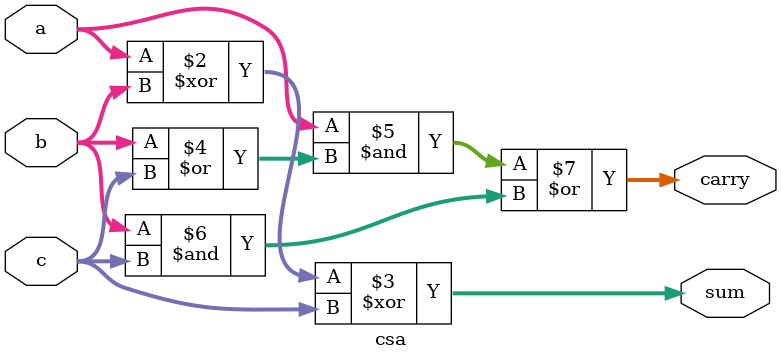
<source format=sv>

module ppa_comparator_8 #(parameter WIDTH=8) (
  input  logic [WIDTH-1:0] a, b,
  input  logic             sgnd,
  output logic [1:0]       flags);

  ppa_comparator #(WIDTH) comp (.*);
endmodule

module ppa_comparator_16 #(parameter WIDTH=16) (
  input  logic [WIDTH-1:0] a, b,
  input  logic             sgnd,
  output logic [1:0]       flags);

  ppa_comparator #(WIDTH) comp (.*);
endmodule

module ppa_comparator_32 #(parameter WIDTH=32) (
  input  logic [WIDTH-1:0] a, b,
  input  logic             sgnd,
  output logic [1:0]       flags);

  ppa_comparator #(WIDTH) comp (.*);
endmodule

module ppa_comparator_64 #(parameter WIDTH=64) (
  input  logic [WIDTH-1:0] a, b,
  input  logic             sgnd,
  output logic [1:0]       flags);

  ppa_comparator #(WIDTH) comp (.*);
endmodule

module ppa_comparator_128 #(parameter WIDTH=128) (
  input  logic [WIDTH-1:0] a, b,
  input  logic             sgnd,
  output logic [1:0]       flags);

  ppa_comparator #(WIDTH) comp (.*);
endmodule

module ppa_comparator #(parameter WIDTH=16) (
  input  logic [WIDTH-1:0] a, b,
  input  logic             sgnd,
  output logic [1:0]       flags);

  logic eq, lt, ltu;
  logic [WIDTH-1:0] af, bf;

  // For signed numbers, flip most significant bit
  assign af = {a[WIDTH-1] ^ sgnd, a[WIDTH-2:0]};
  assign bf = {b[WIDTH-1] ^ sgnd, b[WIDTH-2:0]};

  // behavioral description gives best results
  assign eq = (af == bf);
  assign lt = (af < bf);
  assign flags = {eq, lt};
endmodule

module ppa_add_8 #(parameter WIDTH=8) (
    input logic [WIDTH-1:0] a, b,
    output logic [WIDTH-1:0] y);

   assign y = a + b;
endmodule

module ppa_add_16 #(parameter WIDTH=16) (
    input logic [WIDTH-1:0] a, b,
    output logic [WIDTH-1:0] y);

   assign y = a + b;
endmodule

module ppa_add_32 #(parameter WIDTH=32) (
    input logic [WIDTH-1:0] a, b,
    output logic [WIDTH-1:0] y);

   assign y = a + b;
endmodule

module ppa_add_64 #(parameter WIDTH=64) (
    input logic [WIDTH-1:0] a, b,
    output logic [WIDTH-1:0] y);

   assign y = a + b;
endmodule

module ppa_add_128 #(parameter WIDTH=128) (
    input logic [WIDTH-1:0] a, b,
    output logic [WIDTH-1:0] y);

   assign y = a + b;
endmodule

module ppa_mult_8 #(parameter WIDTH=8) (
  input logic [WIDTH-1:0] a, b,
  output logic [WIDTH*2-1:0] y); //is this right width
  assign y = a * b;
endmodule

module ppa_mult_16 #(parameter WIDTH=16) (
  input logic [WIDTH-1:0] a, b,
  output logic [WIDTH*2-1:0] y); //is this right width
  assign y = a * b;
endmodule

module ppa_mult_32 #(parameter WIDTH=32) (
  input logic [WIDTH-1:0] a, b,
  output logic [WIDTH*2-1:0] y); //is this right width
  assign y = a * b;
endmodule

module ppa_mult_64 #(parameter WIDTH=64) (
  input logic [WIDTH-1:0] a, b,
  output logic [WIDTH*2-1:0] y); //is this right width
  assign y = a * b;
endmodule

module ppa_mult_128 #(parameter WIDTH=128) (
  input logic [WIDTH-1:0] a, b,
  output logic [WIDTH*2-1:0] y); //is this right width
  assign y = a * b;
endmodule

module ppa_alu_16 #(parameter WIDTH=16) (
  input  logic [WIDTH-1:0] A, B,
  input  logic [2:0]       ALUControl,
  input  logic [2:0]       Funct3,
  output logic [WIDTH-1:0] Result,
  output logic [WIDTH-1:0] Sum);

  ppa_alu #(WIDTH) alu_16 (.*);
endmodule

module ppa_alu_32 #(parameter WIDTH=32) (
  input  logic [WIDTH-1:0] A, B,
  input  logic [2:0]       ALUControl,
  input  logic [2:0]       Funct3,
  output logic [WIDTH-1:0] Result,
  output logic [WIDTH-1:0] Sum);

  ppa_alu #(WIDTH) alu_32 (.*);
endmodule

module ppa_alu_64 #(parameter WIDTH=64) (
  input  logic [WIDTH-1:0] A, B,
  input  logic [2:0]       ALUControl,
  input  logic [2:0]       Funct3,
  output logic [WIDTH-1:0] Result,
  output logic [WIDTH-1:0] Sum);

  ppa_alu #(WIDTH) alu_64 (.*);
endmodule

module ppa_alu #(parameter WIDTH=32) (
  input  logic [WIDTH-1:0] A, B,
  input  logic [2:0]       ALUControl,
  input  logic [2:0]       Funct3,
  output logic [WIDTH-1:0] Result,
  output logic [WIDTH-1:0] Sum);

  logic [WIDTH-1:0] CondInvB, Shift, SLT, SLTU, FullResult;
  logic        Carry, Neg;
  logic        LT, LTU;
  logic        W64, SubArith, ALUOp;
  logic [2:0]  ALUFunct;
  logic        Asign, Bsign;

  // Extract control signals
  // W64 indicates RV64 W-suffix instructions acting on lower 32-bit word
  // SubArith indicates subtraction
  // ALUOp = 0 for address generation addition or 1 for regular ALU
  assign {W64, SubArith, ALUOp} = ALUControl;

  // addition
  assign CondInvB = SubArith ? ~B : B;
  assign {Carry, Sum} = A + CondInvB + {{(WIDTH-1){1'b0}}, SubArith};
  
  // Shifts
  ppa_shifter #(WIDTH) sh(.A, .Amt(B[$clog2(WIDTH)-1:0]), .Right(Funct3[2]), .Arith(SubArith), .W64, .Y(Shift));

  // condition code flags based on subtract output Sum = A-B
  // Overflow occurs when the numbers being subtracted have the opposite sign 
  // and the result has the opposite sign of A
  assign Neg  = Sum[WIDTH-1];
  assign Asign = A[WIDTH-1];
  assign Bsign = B[WIDTH-1];
  assign LT = Asign & ~Bsign | Asign & Neg | ~Bsign & Neg; // simplified from Overflow = Asign & Bsign & Asign & Neg; LT = Neg ^ Overflow
  assign LTU = ~Carry;
 
  // SLT
  assign SLT = {{(WIDTH-1){1'b0}}, LT};
  assign SLTU = {{(WIDTH-1){1'b0}}, LTU};
 
  // Select appropriate ALU Result
  assign ALUFunct = Funct3 & {3{ALUOp}}; // Force ALUFunct to 0 to Add when ALUOp = 0
  always_comb
    casez (ALUFunct)
      3'b000: FullResult = Sum;       // add or sub
      3'b?01: FullResult = Shift;     // sll, sra, or srl
      3'b010: FullResult = SLT;       // slt
      3'b011: FullResult = SLTU;      // sltu
      3'b100: FullResult = A ^ B;     // xor
      3'b110: FullResult = A | B;     // or 
      3'b111: FullResult = A & B;     // and
    endcase

  // support W-type RV64I ADDW/SUBW/ADDIW/Shifts that sign-extend 32-bit result to 64 bits
  if (WIDTH==64)  assign Result = W64 ? {{32{FullResult[31]}}, FullResult[31:0]} : FullResult;
  else            assign Result = FullResult;
endmodule

module ppa_shiftleft_8 #(parameter WIDTH=8) (
  input logic [WIDTH-1:0] a,
  input logic [$clog2(WIDTH)-1:0] amt,
  output logic [WIDTH-1:0] y);

  assign y = a << amt;
endmodule

module ppa_shiftleft_16 #(parameter WIDTH=16) (
  input logic [WIDTH-1:0] a,
  input logic [$clog2(WIDTH)-1:0] amt,
  output logic [WIDTH-1:0] y);

  assign y = a << amt;
endmodule

module ppa_shiftleft_32 #(parameter WIDTH=32) (
  input logic [WIDTH-1:0] a,
  input logic [$clog2(WIDTH)-1:0] amt,
  output logic [WIDTH-1:0] y);

  assign y = a << amt;
endmodule

module ppa_shiftleft_64 #(parameter WIDTH=64) (
  input logic [WIDTH-1:0] a,
  input logic [$clog2(WIDTH)-1:0] amt,
  output logic [WIDTH-1:0] y);

  assign y = a << amt;
endmodule

module ppa_shiftleft_128 #(parameter WIDTH=128) (
  input logic [WIDTH-1:0] a,
  input logic [$clog2(WIDTH)-1:0] amt,
  output logic [WIDTH-1:0] y);

  assign y = a << amt;
endmodule

module ppa_shifter_8 #(parameter WIDTH=8) (
  input  logic [WIDTH-1:0]     A,
  input  logic [$clog2(WIDTH)-1:0] Amt,
  input  logic                 Right, Arith, W64,
  output logic [WIDTH-1:0]     Y);

  ppa_shifter #(WIDTH) sh (.*);
endmodule

module ppa_shifter_16 #(parameter WIDTH=16) (
  input  logic [WIDTH-1:0]     A,
  input  logic [$clog2(WIDTH)-1:0] Amt,
  input  logic                 Right, Arith, W64,
  output logic [WIDTH-1:0]     Y);

  ppa_shifter #(WIDTH) sh (.*);
endmodule

module ppa_shifter_32 #(parameter WIDTH=32) (
  input  logic [WIDTH-1:0]     A,
  input  logic [$clog2(WIDTH)-1:0] Amt,
  input  logic                 Right, Arith, W64,
  output logic [WIDTH-1:0]     Y);

  ppa_shifter #(WIDTH) sh (.*);
endmodule

module ppa_shifter_64 #(parameter WIDTH=64) (
  input  logic [WIDTH-1:0]     A,
  input  logic [$clog2(WIDTH)-1:0] Amt,
  input  logic                 Right, Arith, W64,
  output logic [WIDTH-1:0]     Y);

  ppa_shifter #(WIDTH) sh (.*);
endmodule

module ppa_shifter_128 #(parameter WIDTH=128) (
  input  logic [WIDTH-1:0]     A,
  input  logic [$clog2(WIDTH)-1:0] Amt,
  input  logic                 Right, Arith, W64,
  output logic [WIDTH-1:0]     Y);

  ppa_shifter #(WIDTH) sh (.*);
endmodule

module ppa_shifter #(parameter WIDTH=32) (
  input  logic [WIDTH-1:0]     A,
  input  logic [$clog2(WIDTH)-1:0] Amt,
  input  logic                 Right, Arith, W64,
  output logic [WIDTH-1:0]     Y);

  logic [2*WIDTH-2:0]      z, zshift;
  logic [$clog2(WIDTH)-1:0]    amttrunc, offset;

  // Handle left and right shifts with a funnel shifter.
  // For RV32, only 32-bit shifts are needed.   
  // For RV64, 32 and 64-bit shifts are needed, with sign extension.

  // funnel shifter input (see CMOS VLSI Design 4e Section 11.8.1, note Table 11.11 shift types wrong)
  if (WIDTH == 64 | WIDTH ==128) begin:shifter  // RV64 or 128
    always_comb  // funnel mux
      if (W64) begin // 32-bit shifts
        if (Right)
          if (Arith) z = {{WIDTH{1'b0}}, {WIDTH/2 -1{A[WIDTH/2 -1]}}, A[WIDTH/2 -1:0]};
          else       z = {{WIDTH*3/2-1{1'b0}}, A[WIDTH/2 -1:0]};
        else         z = {{WIDTH/2{1'b0}}, A[WIDTH/2 -1:0], {WIDTH-1{1'b0}}};
      end else begin
        if (Right)
          if (Arith) z = {{WIDTH-1{A[WIDTH-1]}}, A};
          else       z = {{WIDTH-1{1'b0}}, A};
        else         z = {A, {WIDTH-1{1'b0}}};         
      end
      assign amttrunc = W64  ? {1'b0, Amt[$clog2(WIDTH)-2:0]} : Amt; // 32 or 64-bit shift 
  end else begin:shifter // RV32 or less
    always_comb  // funnel mux
      if (Right) 
        if (Arith) z = {{WIDTH-1{A[WIDTH-1]}}, A};
        else       z = {{WIDTH-1{1'b0}}, A};
      else         z = {A, {WIDTH-1{1'b0}}};
    assign amttrunc = Amt; // shift amount
  end 
    

  // opposite offset for right shfits
  assign offset = Right ? amttrunc : ~amttrunc;
  
  // funnel operation
  assign zshift = z >> offset;
  assign Y = zshift[WIDTH-1:0];    
endmodule

// just report one hot
module ppa_prioritythermometer #(parameter N = 8) (
  input  logic  [N-1:0] a,
  output logic  [N-1:0] y);

  // Carefully crafted so design compiler will synthesize into a fast tree structure
  //  Rather than linear.

  // create thermometer code mask
  genvar i;
  assign y[0] = ~a[0];
  for (i=1; i<N; i++) begin:therm
    assign y[i] = y[i-1] & ~a[i];
  end
endmodule

module ppa_priorityonehot #(parameter WIDTH = 8) (
  input  logic  [WIDTH-1:0] a,
  output logic  [WIDTH-1:0] y);
  logic [WIDTH-1:0] nolower;

  // create thermometer code mask
  ppa_prioritythermometer #(WIDTH) maskgen(.a({a[WIDTH-2:0], 1'b0}), .y(nolower));
  assign y = a & nolower;
endmodule

module ppa_priorityonehot_8 #(parameter WIDTH = 8) (
  input  logic  [WIDTH-1:0] a,
  output logic  [WIDTH-1:0] y);
  logic [WIDTH-1:0] nolower;

  // create thermometer code mask
  ppa_priorityonehot #(WIDTH) poh (.*);
endmodule

module ppa_priorityonehot_16 #(parameter WIDTH = 16) (
  input  logic  [WIDTH-1:0] a,
  output logic  [WIDTH-1:0] y);
  logic [WIDTH-1:0] nolower;

  // create thermometer code mask
  ppa_priorityonehot #(WIDTH) poh (.*);
endmodule

module ppa_priorityonehot_32 #(parameter WIDTH = 32) (
  input  logic  [WIDTH-1:0] a,
  output logic  [WIDTH-1:0] y);
  logic [WIDTH-1:0] nolower;

  // create thermometer code mask
  ppa_priorityonehot #(WIDTH) poh (.*);
endmodule

module ppa_priorityonehot_64 #(parameter WIDTH = 64) (
  input  logic  [WIDTH-1:0] a,
  output logic  [WIDTH-1:0] y);
  logic [WIDTH-1:0] nolower;

  // create thermometer code mask
  ppa_priorityonehot #(WIDTH) poh (.*);
endmodule

module ppa_priorityonehot_128 #(parameter WIDTH = 128) (
  input  logic  [WIDTH-1:0] a,
  output logic  [WIDTH-1:0] y);
  logic [WIDTH-1:0] nolower;

  // create thermometer code mask
  ppa_priorityonehot #(WIDTH) poh (.*);
endmodule

module ppa_priorityencoder_8 #(parameter WIDTH = 8) (
  input  logic  [WIDTH-1:0] a,
  output logic  [$clog2(WIDTH)-1:0] y);
  ppa_priorityencoder #(WIDTH) pe (.*);
endmodule

module ppa_priorityencoder_16 #(parameter WIDTH = 16) (
  input  logic  [WIDTH-1:0] a,
  output logic  [$clog2(WIDTH)-1:0] y);
  ppa_priorityencoder #(WIDTH) pe (.*);
endmodule

module ppa_priorityencoder_32 #(parameter WIDTH = 32) (
  input  logic  [WIDTH-1:0] a,
  output logic  [$clog2(WIDTH)-1:0] y);
  ppa_priorityencoder #(WIDTH) pe (.*);
endmodule

module ppa_priorityencoder_64 #(parameter WIDTH = 64) (
  input  logic  [WIDTH-1:0] a,
  output logic  [$clog2(WIDTH)-1:0] y);
  ppa_priorityencoder #(WIDTH) pe (.*);
endmodule

module ppa_priorityencoder_128 #(parameter WIDTH = 128) (
  input  logic  [WIDTH-1:0] a,
  output logic  [$clog2(WIDTH)-1:0] y);
  ppa_priorityencoder #(WIDTH) pe (.*);
endmodule

module ppa_priorityencoder #(parameter WIDTH = 8) (
  input  logic  [WIDTH-1:0] a,
  output logic  [$clog2(WIDTH)-1:0] y);

  int i;
  always_comb
    for (i=0; i<WIDTH; i++) begin:pri
      if (a[i]) y= i;
    end
endmodule

module ppa_decoder_8 #(parameter WIDTH = 8) (
  input  logic  [$clog2(WIDTH)-1:0] a,
  output logic  [WIDTH-1:0] y);
  ppa_decoder #(WIDTH) dec (.*);
endmodule

module ppa_decoder_16 #(parameter WIDTH = 16) (
  input  logic  [$clog2(WIDTH)-1:0] a,
  output logic  [WIDTH-1:0] y);
  ppa_decoder #(WIDTH) dec (.*);
endmodule

module ppa_decoder_32 #(parameter WIDTH = 32) (
  input  logic  [$clog2(WIDTH)-1:0] a,
  output logic  [WIDTH-1:0] y);
  ppa_decoder #(WIDTH) dec (.*);
endmodule

module ppa_decoder_64 #(parameter WIDTH = 64) (
  input  logic  [$clog2(WIDTH)-1:0] a,
  output logic  [WIDTH-1:0] y);
  ppa_decoder #(WIDTH) dec (.*);
endmodule

module ppa_decoder_128 #(parameter WIDTH = 128) (
  input  logic  [$clog2(WIDTH)-1:0] a,
  output logic  [WIDTH-1:0] y);
  ppa_decoder #(WIDTH) dec (.*);
endmodule

module ppa_decoder #(parameter WIDTH = 8) (
  input  logic  [$clog2(WIDTH)-1:0] a,
  output logic  [WIDTH-1:0] y);
  always_comb begin 
    y = 0;
    y[a] = 1;
  end
endmodule

module ppa_mux2_8 #(parameter WIDTH = 8) (
  input  logic [WIDTH-1:0] d0, d1, 
  input  logic             s, 
  output logic [WIDTH-1:0] y);

  assign y = s ? d1 : d0; 
endmodule

module ppa_mux3 #(parameter WIDTH = 8) (
  input  logic [WIDTH-1:0] d0, d1, d2,
  input  logic [1:0]       s, 
  output logic [WIDTH-1:0] y);

  assign y = s[1] ? d2 : (s[0] ? d1 : d0); 
endmodule

module ppa_mux4 #(parameter WIDTH = 8) (
  input  logic [WIDTH-1:0] d0, d1, d2, d3,
  input  logic [1:0]       s, 
  output logic [WIDTH-1:0] y);

  assign y = s[1] ? (s[0] ? d3 : d2) : (s[0] ? d1 : d0); 
endmodule

module ppa_mux6 #(parameter WIDTH = 8) (
  input  logic [WIDTH-1:0] d0, d1, d2, d3, d4, d5,
  input  logic [2:0]       s, 
  output logic [WIDTH-1:0] y);

  assign y = s[2] ? (s[0] ? d5 : d4) : (s[1] ? (s[0] ? d3 : d2) : (s[0] ? d1 : d0)); 
endmodule

module ppa_mux8 #(parameter WIDTH = 8) (
  input  logic [WIDTH-1:0] d0, d1, d2, d3, d4, d5, d6, d7,
  input  logic [2:0]       s, 
  output logic [WIDTH-1:0] y);

  assign y = s[2] ? (s[1] ? (s[0] ? d5 : d4) : (s[0] ? d6 : d7)) : (s[1] ? (s[0] ? d3 : d2) : (s[0] ? d1 : d0)); 
endmodule

// *** some way to express data-critical inputs

module ppa_flop_8 #(parameter WIDTH = 8) ( 
  input  logic             clk,
  input  logic [WIDTH-1:0] d, 
  output logic [WIDTH-1:0] q);

  always_ff @(posedge clk)
    q <= #1 d;
endmodule

module ppa_flop_16 #(parameter WIDTH = 16) ( 
  input  logic             clk,
  input  logic [WIDTH-1:0] d, 
  output logic [WIDTH-1:0] q);

  always_ff @(posedge clk)
    q <= #1 d;
endmodule

module ppa_flop_32 #(parameter WIDTH = 32) ( 
  input  logic             clk,
  input  logic [WIDTH-1:0] d, 
  output logic [WIDTH-1:0] q);

  always_ff @(posedge clk)
    q <= #1 d;
endmodule

module ppa_flop_64 #(parameter WIDTH = 64) ( 
  input  logic             clk,
  input  logic [WIDTH-1:0] d, 
  output logic [WIDTH-1:0] q);

  always_ff @(posedge clk)
    q <= #1 d;
endmodule

module ppa_flop_128 #(parameter WIDTH = 128) ( 
  input  logic             clk,
  input  logic [WIDTH-1:0] d, 
  output logic [WIDTH-1:0] q);

  always_ff @(posedge clk)
    q <= #1 d;
endmodule

module ppa_flopr_8 #(parameter WIDTH = 8) ( 
  input  logic             clk, reset,
  input  logic [WIDTH-1:0] d, 
  output logic [WIDTH-1:0] q);

  always_ff @(posedge clk)
    if (reset) q <= #1 0;
    else       q <= #1 d;
endmodule

module ppa_flopr_16 #(parameter WIDTH = 16) ( 
  input  logic             clk, reset,
  input  logic [WIDTH-1:0] d, 
  output logic [WIDTH-1:0] q);

  always_ff @(posedge clk)
    if (reset) q <= #1 0;
    else       q <= #1 d;
endmodule

module ppa_flopr_32 #(parameter WIDTH = 32) ( 
  input  logic             clk, reset,
  input  logic [WIDTH-1:0] d, 
  output logic [WIDTH-1:0] q);

  always_ff @(posedge clk)
    if (reset) q <= #1 0;
    else       q <= #1 d;
endmodule

module ppa_flopr_64 #(parameter WIDTH = 64) ( 
  input  logic             clk, reset,
  input  logic [WIDTH-1:0] d, 
  output logic [WIDTH-1:0] q);

  always_ff @(posedge clk)
    if (reset) q <= #1 0;
    else       q <= #1 d;
endmodule

module ppa_flopr_128 #(parameter WIDTH = 128) ( 
  input  logic             clk, reset,
  input  logic [WIDTH-1:0] d, 
  output logic [WIDTH-1:0] q);

  always_ff @(posedge clk)
    if (reset) q <= #1 0;
    else       q <= #1 d;
endmodule

module ppa_floprasync_8 #(parameter WIDTH = 8) ( 
  input  logic             clk, reset,
  input  logic [WIDTH-1:0] d, 
  output logic [WIDTH-1:0] q);

  always_ff @(posedge clk or posedge reset)
    if (reset) q <= #1 0;
    else       q <= #1 d;
endmodule

module ppa_floprasync_16 #(parameter WIDTH = 16) ( 
  input  logic             clk, reset,
  input  logic [WIDTH-1:0] d, 
  output logic [WIDTH-1:0] q);

  always_ff @(posedge clk or posedge reset)
    if (reset) q <= #1 0;
    else       q <= #1 d;
endmodule

module ppa_floprasync_32 #(parameter WIDTH = 32) ( 
  input  logic             clk, reset,
  input  logic [WIDTH-1:0] d, 
  output logic [WIDTH-1:0] q);

  always_ff @(posedge clk or posedge reset)
    if (reset) q <= #1 0;
    else       q <= #1 d;
endmodule

module ppa_floprasync_64 #(parameter WIDTH = 64) ( 
  input  logic             clk, reset,
  input  logic [WIDTH-1:0] d, 
  output logic [WIDTH-1:0] q);

  always_ff @(posedge clk or posedge reset)
    if (reset) q <= #1 0;
    else       q <= #1 d;
endmodule

module ppa_floprasync_128 #(parameter WIDTH = 128) ( 
  input  logic             clk, reset,
  input  logic [WIDTH-1:0] d, 
  output logic [WIDTH-1:0] q);

  always_ff @(posedge clk or posedge reset)
    if (reset) q <= #1 0;
    else       q <= #1 d;
endmodule

module ppa_flopenr_8 #(parameter WIDTH = 8) (
  input  logic             clk, reset, en,
  input  logic [WIDTH-1:0] d, 
  output logic [WIDTH-1:0] q);

  always_ff @(posedge clk)
    if (reset)   q <= #1 0;
    else if (en) q <= #1 d;
endmodule

module ppa_flopenr_16 #(parameter WIDTH = 16) (
  input  logic             clk, reset, en,
  input  logic [WIDTH-1:0] d, 
  output logic [WIDTH-1:0] q);

  always_ff @(posedge clk)
    if (reset)   q <= #1 0;
    else if (en) q <= #1 d;
endmodule

module ppa_flopenr_32 #(parameter WIDTH = 32) (
  input  logic             clk, reset, en,
  input  logic [WIDTH-1:0] d, 
  output logic [WIDTH-1:0] q);

  always_ff @(posedge clk)
    if (reset)   q <= #1 0;
    else if (en) q <= #1 d;
endmodule

module ppa_flopenr_64 #(parameter WIDTH = 64) (
  input  logic             clk, reset, en,
  input  logic [WIDTH-1:0] d, 
  output logic [WIDTH-1:0] q);

  always_ff @(posedge clk)
    if (reset)   q <= #1 0;
    else if (en) q <= #1 d;
endmodule

module ppa_flopenr_128 #(parameter WIDTH = 128) (
  input  logic             clk, reset, en,
  input  logic [WIDTH-1:0] d, 
  output logic [WIDTH-1:0] q);

  always_ff @(posedge clk)
    if (reset)   q <= #1 0;
    else if (en) q <= #1 d;
endmodule

module csa #(parameter WIDTH=8) (
  input logic [WIDTH-1:0] a, b, c,
	output logic [WIDTH-1:0] sum, carry);

   assign sum = a ^ b ^ c;
   assign carry = (a & (b | c)) | (b & c);

endmodule // csa
</source>
